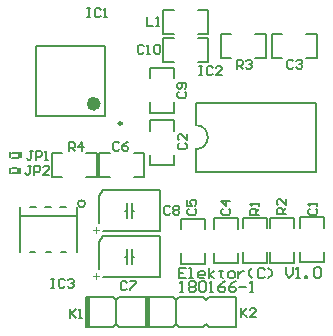
<source format=gto>
G04 Layer_Color=65535*
%FSLAX24Y24*%
%MOIN*%
G70*
G01*
G75*
%ADD22C,0.0060*%
%ADD23C,0.0098*%
%ADD24C,0.0236*%
%ADD25C,0.0050*%
%ADD26C,0.0079*%
%ADD27R,0.0118X0.0240*%
%ADD28R,0.0110X0.0240*%
%ADD29R,0.0079X0.0556*%
%ADD30R,0.0080X0.0556*%
G36*
X39988Y30188D02*
X40074D01*
Y30152D01*
X39988D01*
Y30065D01*
X39951D01*
Y30152D01*
X39864D01*
Y30188D01*
X39951D01*
Y30275D01*
X39988D01*
Y30188D01*
D02*
G37*
G36*
Y31724D02*
X40074D01*
Y31687D01*
X39988D01*
Y31601D01*
X39951D01*
Y31687D01*
X39864D01*
Y31724D01*
X39951D01*
Y31811D01*
X39988D01*
Y31724D01*
D02*
G37*
D22*
X43277Y34413D02*
G03*
X43277Y35213I0J400D01*
G01*
X39590Y32589D02*
G03*
X39590Y32589I-120J0D01*
G01*
X37137Y33611D02*
X37334D01*
X37137Y33789D02*
X37334D01*
X37147Y34113D02*
X37343D01*
X37147Y34291D02*
X37343D01*
X41613Y28486D02*
Y29486D01*
Y28486D02*
X41663D01*
X41713D01*
X42513D01*
X42613Y28586D01*
X42713Y28486D01*
X43513D01*
X43613Y28586D01*
X43713Y28486D01*
X44613D01*
Y29486D01*
X43713D02*
X44613D01*
X43613Y29386D02*
X43713Y29486D01*
X43513D02*
X43613Y29386D01*
X42713Y29486D02*
X43513D01*
X42613Y29386D02*
X42713Y29486D01*
X42513D02*
X42613Y29386D01*
X41713Y29486D02*
X42513D01*
X41663D02*
X41713D01*
X41613D02*
X41663D01*
X42613Y28586D02*
Y29386D01*
X41663Y28486D02*
Y29486D01*
X41713Y28486D02*
Y29486D01*
X39607Y28482D02*
Y29482D01*
Y28482D02*
X39657D01*
X39707D01*
X40507D01*
X40607Y28582D01*
X40707Y28482D01*
X41607D01*
Y29482D01*
X40707D02*
X41607D01*
X40607Y29382D02*
X40707Y29482D01*
X40507D02*
X40607Y29382D01*
X39707Y29482D02*
X40507D01*
X39657D02*
X39707D01*
X39607D02*
X39657D01*
X40607Y28582D02*
Y29382D01*
X39657Y28482D02*
Y29482D01*
X39707Y28482D02*
Y29482D01*
X43277Y33663D02*
Y34413D01*
Y35213D02*
Y35963D01*
X47277Y33663D02*
Y35963D01*
X43277Y33663D02*
X47277D01*
X43277Y35963D02*
X47277D01*
X37768Y30972D02*
X37928D01*
X38288D02*
X38446D01*
X38801D02*
X38958D01*
X37768Y32470D02*
X37968D01*
X38248D02*
X38446D01*
X38761D02*
X38958D01*
X37418Y32195D02*
X39313D01*
Y30972D02*
Y32470D01*
X37418Y30972D02*
Y32470D01*
X38467Y30093D02*
X38567D01*
X38517D01*
Y29793D01*
X38467D01*
X38567D01*
X38917Y30043D02*
X38867Y30093D01*
X38767D01*
X38717Y30043D01*
Y29843D01*
X38767Y29793D01*
X38867D01*
X38917Y29843D01*
X39017Y30043D02*
X39067Y30093D01*
X39167D01*
X39217Y30043D01*
Y29993D01*
X39167Y29943D01*
X39117D01*
X39167D01*
X39217Y29893D01*
Y29843D01*
X39167Y29793D01*
X39067D01*
X39017Y29843D01*
X43398Y37180D02*
X43498D01*
X43448D01*
Y36880D01*
X43398D01*
X43498D01*
X43848Y37130D02*
X43798Y37180D01*
X43698D01*
X43648Y37130D01*
Y36930D01*
X43698Y36880D01*
X43798D01*
X43848Y36930D01*
X44148Y36880D02*
X43948D01*
X44148Y37080D01*
Y37130D01*
X44098Y37180D01*
X43998D01*
X43948Y37130D01*
X39658Y39109D02*
X39758D01*
X39708D01*
Y38809D01*
X39658D01*
X39758D01*
X40108Y39059D02*
X40058Y39109D01*
X39958D01*
X39908Y39059D01*
Y38859D01*
X39958Y38809D01*
X40058D01*
X40108Y38859D01*
X40208Y38809D02*
X40308D01*
X40258D01*
Y39109D01*
X40208Y39059D01*
X47076Y32434D02*
X47026Y32384D01*
Y32284D01*
X47076Y32234D01*
X47276D01*
X47326Y32284D01*
Y32384D01*
X47276Y32434D01*
X47326Y32534D02*
Y32634D01*
Y32584D01*
X47026D01*
X47076Y32534D01*
X42735Y34609D02*
X42685Y34559D01*
Y34459D01*
X42735Y34409D01*
X42935D01*
X42985Y34459D01*
Y34559D01*
X42935Y34609D01*
X42985Y34909D02*
Y34709D01*
X42785Y34909D01*
X42735D01*
X42685Y34859D01*
Y34759D01*
X42735Y34709D01*
X46531Y37337D02*
X46481Y37387D01*
X46382D01*
X46332Y37337D01*
Y37137D01*
X46382Y37087D01*
X46481D01*
X46531Y37137D01*
X46631Y37337D02*
X46681Y37387D01*
X46781D01*
X46831Y37337D01*
Y37287D01*
X46781Y37237D01*
X46731D01*
X46781D01*
X46831Y37187D01*
Y37137D01*
X46781Y37087D01*
X46681D01*
X46631Y37137D01*
X44172Y32434D02*
X44122Y32384D01*
Y32284D01*
X44172Y32234D01*
X44372D01*
X44422Y32284D01*
Y32384D01*
X44372Y32434D01*
X44422Y32684D02*
X44122D01*
X44272Y32534D01*
Y32734D01*
X43040Y32434D02*
X42990Y32384D01*
Y32284D01*
X43040Y32234D01*
X43240D01*
X43290Y32284D01*
Y32384D01*
X43240Y32434D01*
X42990Y32734D02*
Y32534D01*
X43140D01*
X43090Y32634D01*
Y32684D01*
X43140Y32734D01*
X43240D01*
X43290Y32684D01*
Y32584D01*
X43240Y32534D01*
X40723Y34610D02*
X40673Y34660D01*
X40573D01*
X40523Y34610D01*
Y34410D01*
X40573Y34360D01*
X40673D01*
X40723Y34410D01*
X41023Y34660D02*
X40923Y34610D01*
X40823Y34510D01*
Y34410D01*
X40873Y34360D01*
X40973D01*
X41023Y34410D01*
Y34460D01*
X40973Y34510D01*
X40823D01*
X40970Y29955D02*
X40920Y30005D01*
X40820D01*
X40771Y29955D01*
Y29755D01*
X40820Y29705D01*
X40920D01*
X40970Y29755D01*
X41070Y30005D02*
X41270D01*
Y29955D01*
X41070Y29755D01*
Y29705D01*
X42426Y32474D02*
X42376Y32524D01*
X42276D01*
X42226Y32474D01*
Y32274D01*
X42276Y32224D01*
X42376D01*
X42426Y32274D01*
X42526Y32474D02*
X42576Y32524D01*
X42676D01*
X42726Y32474D01*
Y32424D01*
X42676Y32374D01*
X42726Y32324D01*
Y32274D01*
X42676Y32224D01*
X42576D01*
X42526Y32274D01*
Y32324D01*
X42576Y32374D01*
X42526Y32424D01*
Y32474D01*
X42576Y32374D02*
X42676D01*
X39078Y29099D02*
Y28799D01*
Y28899D01*
X39278Y29099D01*
X39128Y28949D01*
X39278Y28799D01*
X39378D02*
X39477D01*
X39427D01*
Y29099D01*
X39378Y29049D01*
X44782Y29113D02*
Y28813D01*
Y28913D01*
X44982Y29113D01*
X44832Y28963D01*
X44982Y28813D01*
X45282D02*
X45082D01*
X45282Y29013D01*
Y29063D01*
X45232Y29113D01*
X45132D01*
X45082Y29063D01*
X41666Y38833D02*
Y38533D01*
X41866D01*
X41966D02*
X42066D01*
X42016D01*
Y38833D01*
X41966Y38783D01*
X45387Y32224D02*
X45087D01*
Y32374D01*
X45137Y32424D01*
X45237D01*
X45287Y32374D01*
Y32224D01*
Y32324D02*
X45387Y32424D01*
Y32524D02*
Y32624D01*
Y32574D01*
X45087D01*
X45137Y32524D01*
X46282Y32244D02*
X45982D01*
Y32394D01*
X46032Y32444D01*
X46132D01*
X46182Y32394D01*
Y32244D01*
Y32344D02*
X46282Y32444D01*
Y32744D02*
Y32544D01*
X46082Y32744D01*
X46032D01*
X45982Y32694D01*
Y32594D01*
X46032Y32544D01*
X44639Y37087D02*
Y37387D01*
X44789D01*
X44839Y37337D01*
Y37237D01*
X44789Y37187D01*
X44639D01*
X44739D02*
X44839Y37087D01*
X44939Y37337D02*
X44989Y37387D01*
X45088D01*
X45138Y37337D01*
Y37287D01*
X45088Y37237D01*
X45038D01*
X45088D01*
X45138Y37187D01*
Y37137D01*
X45088Y37087D01*
X44989D01*
X44939Y37137D01*
X39048Y34350D02*
Y34650D01*
X39198D01*
X39248Y34600D01*
Y34500D01*
X39198Y34450D01*
X39048D01*
X39148D02*
X39248Y34350D01*
X39498D02*
Y34650D01*
X39348Y34500D01*
X39548D01*
X42715Y36322D02*
X42665Y36272D01*
Y36172D01*
X42715Y36122D01*
X42915D01*
X42965Y36172D01*
Y36272D01*
X42915Y36322D01*
Y36422D02*
X42965Y36472D01*
Y36572D01*
X42915Y36622D01*
X42715D01*
X42665Y36572D01*
Y36472D01*
X42715Y36422D01*
X42765D01*
X42815Y36472D01*
Y36622D01*
X37841Y34355D02*
X37741D01*
X37791D01*
Y34105D01*
X37741Y34055D01*
X37691D01*
X37641Y34105D01*
X37940Y34055D02*
Y34355D01*
X38090D01*
X38140Y34305D01*
Y34205D01*
X38090Y34155D01*
X37940D01*
X38240Y34055D02*
X38340D01*
X38290D01*
Y34355D01*
X38240Y34305D01*
X37801Y33863D02*
X37701D01*
X37751D01*
Y33613D01*
X37701Y33563D01*
X37651D01*
X37601Y33613D01*
X37901Y33563D02*
Y33863D01*
X38051D01*
X38101Y33813D01*
Y33713D01*
X38051Y33663D01*
X37901D01*
X38401Y33563D02*
X38201D01*
X38401Y33763D01*
Y33813D01*
X38351Y33863D01*
X38251D01*
X38201Y33813D01*
X41548Y37838D02*
X41498Y37888D01*
X41398D01*
X41348Y37838D01*
Y37639D01*
X41398Y37589D01*
X41498D01*
X41548Y37639D01*
X41648Y37589D02*
X41748D01*
X41698D01*
Y37888D01*
X41648Y37838D01*
X41898D02*
X41948Y37888D01*
X42048D01*
X42098Y37838D01*
Y37639D01*
X42048Y37589D01*
X41948D01*
X41898Y37639D01*
Y37838D01*
X42953Y30458D02*
X42719D01*
Y30108D01*
X42953D01*
X42719Y30283D02*
X42836D01*
X43069Y30108D02*
X43186D01*
X43128D01*
Y30458D01*
X43069D01*
X43536Y30108D02*
X43419D01*
X43361Y30167D01*
Y30283D01*
X43419Y30342D01*
X43536D01*
X43594Y30283D01*
Y30225D01*
X43361D01*
X43711Y30108D02*
Y30458D01*
Y30225D02*
X43886Y30342D01*
X43711Y30225D02*
X43886Y30108D01*
X44119Y30400D02*
Y30342D01*
X44061D01*
X44177D01*
X44119D01*
Y30167D01*
X44177Y30108D01*
X44410D02*
X44527D01*
X44585Y30167D01*
Y30283D01*
X44527Y30342D01*
X44410D01*
X44352Y30283D01*
Y30167D01*
X44410Y30108D01*
X44702Y30342D02*
Y30108D01*
Y30225D01*
X44760Y30283D01*
X44819Y30342D01*
X44877D01*
X45169Y30108D02*
X45052Y30225D01*
Y30342D01*
X45169Y30458D01*
X45577Y30400D02*
X45518Y30458D01*
X45402D01*
X45343Y30400D01*
Y30167D01*
X45402Y30108D01*
X45518D01*
X45577Y30167D01*
X45693Y30108D02*
X45810Y30225D01*
Y30342D01*
X45693Y30458D01*
X42746Y29656D02*
X42863D01*
X42804D01*
Y30005D01*
X42746Y29947D01*
X43038D02*
X43096Y30005D01*
X43213D01*
X43271Y29947D01*
Y29889D01*
X43213Y29830D01*
X43271Y29772D01*
Y29714D01*
X43213Y29656D01*
X43096D01*
X43038Y29714D01*
Y29772D01*
X43096Y29830D01*
X43038Y29889D01*
Y29947D01*
X43096Y29830D02*
X43213D01*
X43388Y29947D02*
X43446Y30005D01*
X43562D01*
X43621Y29947D01*
Y29714D01*
X43562Y29656D01*
X43446D01*
X43388Y29714D01*
Y29947D01*
X43737Y29656D02*
X43854D01*
X43796D01*
Y30005D01*
X43737Y29947D01*
X44262Y30005D02*
X44146Y29947D01*
X44029Y29830D01*
Y29714D01*
X44087Y29656D01*
X44204D01*
X44262Y29714D01*
Y29772D01*
X44204Y29830D01*
X44029D01*
X44612Y30005D02*
X44496Y29947D01*
X44379Y29830D01*
Y29714D01*
X44437Y29656D01*
X44554D01*
X44612Y29714D01*
Y29772D01*
X44554Y29830D01*
X44379D01*
X44729D02*
X44962D01*
X45079Y29656D02*
X45195D01*
X45137D01*
Y30005D01*
X45079Y29947D01*
X46282Y30468D02*
Y30235D01*
X46399Y30118D01*
X46516Y30235D01*
Y30468D01*
X46632Y30118D02*
X46749D01*
X46691D01*
Y30468D01*
X46632Y30410D01*
X46924Y30118D02*
Y30176D01*
X46982D01*
Y30118D01*
X46924D01*
X47215Y30410D02*
X47274Y30468D01*
X47390D01*
X47449Y30410D01*
Y30176D01*
X47390Y30118D01*
X47274D01*
X47215Y30176D01*
Y30410D01*
D23*
X40809Y35266D02*
G03*
X40809Y35266I-49J0D01*
G01*
D24*
X39992Y35925D02*
G03*
X39992Y35925I-118J0D01*
G01*
D25*
X41757Y35618D02*
Y35968D01*
Y35618D02*
X42557D01*
Y35968D01*
X41757Y36768D02*
Y37118D01*
X42557D01*
Y36768D02*
Y37118D01*
X38485Y34298D02*
X38835D01*
X38485Y33498D02*
Y34298D01*
Y33498D02*
X38835D01*
X39635Y34298D02*
X39985D01*
Y33498D02*
Y34298D01*
X39635Y33498D02*
X39985D01*
X45264Y37444D02*
X45614D01*
Y38244D01*
X45264D02*
X45614D01*
X44114Y37444D02*
X44464D01*
X44114D02*
Y38244D01*
X44464D01*
X45763Y30618D02*
Y30968D01*
Y30618D02*
X46563D01*
Y30968D01*
X45763Y31768D02*
Y32118D01*
X46563D01*
Y31768D02*
Y32118D01*
X44848Y30618D02*
Y30968D01*
Y30618D02*
X45648D01*
Y30968D01*
X44848Y31768D02*
Y32118D01*
X45648D01*
Y31768D02*
Y32118D01*
X42194Y39061D02*
X42544D01*
X42194Y38261D02*
Y39061D01*
Y38261D02*
X42544D01*
X43344Y39061D02*
X43694D01*
Y38261D02*
Y39061D01*
X43344Y38261D02*
X43694D01*
X41153Y32362D02*
X41232D01*
X40914D02*
X40994D01*
X40174Y31672D02*
X42098D01*
Y33051D01*
X40174D02*
X42098D01*
X40044Y32861D02*
X40174Y33051D01*
X40044Y31962D02*
Y32861D01*
X41153Y30827D02*
X41232D01*
X40914D02*
X40994D01*
X40174Y30137D02*
X42098D01*
Y31516D01*
X40174D02*
X42098D01*
X40044Y31325D02*
X40174Y31516D01*
X40044Y30427D02*
Y31325D01*
X40059Y34298D02*
X40409D01*
X40059Y33498D02*
Y34298D01*
Y33498D02*
X40409D01*
X41209Y34298D02*
X41559D01*
Y33498D02*
Y34298D01*
X41209Y33498D02*
X41559D01*
X42771Y30598D02*
Y30948D01*
Y30598D02*
X43571D01*
Y30948D01*
X42771Y31748D02*
Y32098D01*
X43571D01*
Y31748D02*
Y32098D01*
X44693Y31758D02*
Y32108D01*
X43893D02*
X44693D01*
X43893Y31758D02*
Y32108D01*
X44693Y30608D02*
Y30958D01*
X43893Y30608D02*
X44693D01*
X43893D02*
Y30958D01*
X45807Y38254D02*
X46157D01*
X45807Y37454D02*
Y38254D01*
Y37454D02*
X46157D01*
X46957Y38254D02*
X47307D01*
Y37454D02*
Y38254D01*
X46957Y37454D02*
X47307D01*
X42567Y35026D02*
Y35376D01*
X41767D02*
X42567D01*
X41767Y35026D02*
Y35376D01*
X42567Y33876D02*
Y34226D01*
X41767Y33876D02*
X42567D01*
X41767D02*
Y34226D01*
X46767Y30638D02*
Y30988D01*
Y30638D02*
X47567D01*
Y30988D01*
X46767Y31788D02*
Y32138D01*
X47567D01*
Y31788D02*
Y32138D01*
X42194Y38126D02*
X42544D01*
X42194Y37326D02*
Y38126D01*
Y37326D02*
X42544D01*
X43344Y38126D02*
X43694D01*
Y37326D02*
Y38126D01*
X43344Y37326D02*
X43694D01*
D26*
X40267Y35531D02*
Y37854D01*
X37944Y35531D02*
Y37854D01*
Y35531D02*
X40267D01*
X37944Y37854D02*
X40267D01*
D27*
X37396Y33701D02*
D03*
X37406Y34203D02*
D03*
D28*
X37072Y33701D02*
D03*
X37082Y34203D02*
D03*
D29*
X41153Y32360D02*
D03*
Y30825D02*
D03*
D30*
X40994Y32360D02*
D03*
Y30825D02*
D03*
M02*

</source>
